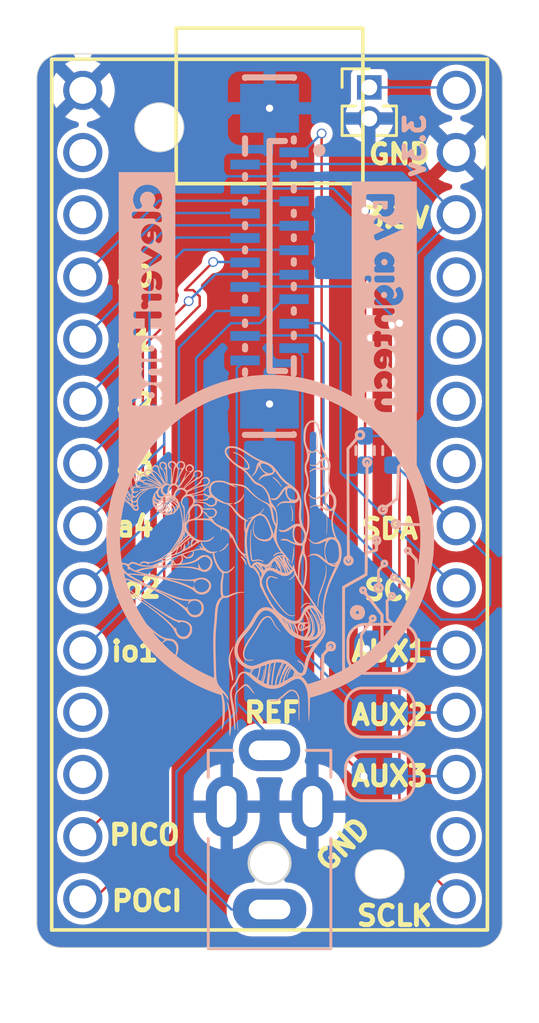
<source format=kicad_pcb>
(kicad_pcb (version 20240108) (generator "pcbnew") (generator_version "8.0")
  (layers (0 "F.Cu" signal "Front") (1 "In1.Cu" signal) (2 "In2.Cu" signal) (31 "B.Cu" signal "Back") (34 "B.Paste" user) (35 "F.Paste" user) (36 "B.SilkS" user "B.Silkscreen") (37 "F.SilkS" user "F.Silkscreen") (38 "B.Mask" user) (39 "F.Mask" user) (44 "Edge.Cuts" user))
  (net 0 "")
  (net 1 "+3.3V")
  (net 2 "/addr_bus_4")
  (net 3 "GND")
  (net 4 "/AUX3")
  (net 5 "/addr_bus_2")
  (net 6 "/IO2")
  (net 7 "/SCLK")
  (net 8 "/AUX1")
  (net 9 "/AUX2")
  (net 10 "/PICO")
  (net 11 "/i2C_SCL")
  (net 12 "/I2C_SDA")
  (net 13 "/POCI")
  (net 14 "/extRef")
  (net 15 "/addr_bus_0")
  (net 16 "/addr_bus_1")
  (net 17 "/addr_bus_3")
  (net 18 "/IO1_out")
  (net 19 "VSYS")
  (net 20 "Net-(JP1-B)")
  (net 21 "Net-(JP2-B)")
  (net 22 "Net-(JP3-B)")
  (footprint "00_custom-footprints:Teensy40_simple" (layer "F.Cu") (at 100 84 -90)
    (property "Reference" "U1" (hide yes))
    (property "Value" "Teensy4.0" (hide yes))
    (pad "1" thru_hole circle (at -16.51 7.62 270) (size 1.6 1.6) (drill 1.1) (layers "*.Cu" "*.Mask") (net 3 "GND"))
    (pad "2" thru_hole circle (at -13.97 7.62 270) (size 1.6 1.6) (drill 1.1) (layers "*.Cu" "*.Mask"))
    (pad "3" thru_hole circle (at -11.43 7.62 270) (size 1.6 1.6) (drill 1.1) (layers "*.Cu" "*.Mask"))
    (pad "4" thru_hole circle (at -8.89 7.62 270) (size 1.6 1.6) (drill 1.1) (layers "*.Cu" "*.Mask") (net 15 "/addr_bus_0"))
    (pad "5" thru_hole circle (at -6.35 7.62 270) (size 1.6 1.6) (drill 1.1) (layers "*.Cu" "*.Mask") (net 16 "/addr_bus_1"))
    (pad "6" thru_hole circle (at -3.81 7.62 270) (size 1.6 1.6) (drill 1.1) (layers "*.Cu" "*.Mask") (net 5 "/addr_bus_2"))
    (pad "7" thru_hole circle (at -1.27 7.62 270) (size 1.6 1.6) (drill 1.1) (layers "*.Cu" "*.Mask") (net 17 "/addr_bus_3"))
    (pad "8" thru_hole circle (at 1.27 7.62 270) (size 1.6 1.6) (drill 1.1) (layers "*.Cu" "*.Mask") (net 2 "/addr_bus_4"))
    (pad "9" thru_hole circle (at 3.81 7.62 270) (size 1.6 1.6) (drill 1.1) (layers "*.Cu" "*.Mask") (net 6 "/IO2"))
    (pad "10" thru_hole circle (at 6.35 7.62 270) (size 1.6 1.6) (drill 1.1) (layers "*.Cu" "*.Mask") (net 18 "/IO1_out"))
    (pad "11" thru_hole circle (at 8.89 7.62 270) (size 1.6 1.6) (drill 1.1) (layers "*.Cu" "*.Mask"))
    (pad "12" thru_hole circle (at 11.43 7.62 270) (size 1.6 1.6) (drill 1.1) (layers "*.Cu" "*.Mask"))
    (pad "13" thru_hole circle (at 13.97 7.62 270) (size 1.6 1.6) (drill 1.1) (layers "*.Cu" "*.Mask") (net 10 "/PICO"))
    (pad "14" thru_hole circle (at 16.51 7.62 270) (size 1.6 1.6) (drill 1.1) (layers "*.Cu" "*.Mask") (net 13 "/POCI"))
    (pad "20" thru_hole circle (at 16.51 -7.62 270) (size 1.6 1.6) (drill 1.1) (layers "*.Cu" "*.Mask") (net 7 "/SCLK"))
    (pad "21" thru_hole circle (at 13.97 -7.62 270) (size 1.6 1.6) (drill 1.1) (layers "*.Cu" "*.Mask"))
    (pad "22" thru_hole circle (at 11.43 -7.62 270) (size 1.6 1.6) (drill 1.1) (layers "*.Cu" "*.Mask") (net 20 "Net-(JP1-B)"))
    (pad "23" thru_hole circle (at 8.89 -7.62 270) (size 1.6 1.6) (drill 1.1) (layers "*.Cu" "*.Mask") (net 21 "Net-(JP2-B)"))
    (pad "24" thru_hole circle (at 6.35 -7.62 270) (size 1.6 1.6) (drill 1.1) (layers "*.Cu" "*.Mask") (net 22 "Net-(JP3-B)"))
    (pad "25" thru_hole circle (at 3.81 -7.62 270) (size 1.6 1.6) (drill 1.1) (layers "*.Cu" "*.Mask") (net 12 "/I2C_SDA"))
    (pad "26" thru_hole circle (at 1.27 -7.62 270) (size 1.6 1.6) (drill 1.1) (layers "*.Cu" "*.Mask") (net 11 "/i2C_SCL"))
    (pad "27" thru_hole circle (at -1.27 -7.62 270) (size 1.6 1.6) (drill 1.1) (layers "*.Cu" "*.Mask"))
    (pad "28" thru_hole circle (at -3.81 -7.62 270) (size 1.6 1.6) (drill 1.1) (layers "*.Cu" "*.Mask"))
    (pad "29" thru_hole circle (at -6.35 -7.62 270) (size 1.6 1.6) (drill 1.1) (layers "*.Cu" "*.Mask"))
    (pad "30" thru_hole circle (at -8.89 -7.62 270) (size 1.6 1.6) (drill 1.1) (layers "*.Cu" "*.Mask"))
    (pad "31" thru_hole circle (at -11.43 -7.62 270) (size 1.6 1.6) (drill 1.1) (layers "*.Cu" "*.Mask") (net 1 "+3.3V"))
    (pad "32" thru_hole circle (at -13.97 -7.62 270) (size 1.6 1.6) (drill 1.1) (layers "*.Cu" "*.Mask") (net 3 "GND"))
    (pad "33" thru_hole circle (at -16.51 -7.62 270) (size 1.6 1.6) (drill 1.1) (layers "*.Cu" "*.Mask") (net 19 "VSYS"))
  )
  (footprint "Connector_PinHeader_1.27mm:PinHeader_1x02_P1.27mm_Vertical" (layer "F.Cu") (at 104.07 67.37)
    (property "Reference" "J2" (hide yes))
    (property "Value" "Conn_01x02_Pin" (hide yes))
    (pad "1" thru_hole rect (at 0 0) (size 1 1) (drill 0.65) (layers "*.Cu" "*.Mask") (net 19 "VSYS"))
    (pad "2" thru_hole oval (at 0 1.27) (size 1 1) (drill 0.65) (layers "*.Cu" "*.Mask") (net 3 "GND"))
  )
  (footprint "Jumper:SolderJumper-2_P1.3mm_Bridged_RoundedPad1.0x1.5mm" (layer "B.Cu") (at 104.5 95.5)
    (property "Reference" "JP1" (hide yes))
    (property "Value" "SolderJumper_2_Bridged" (hide yes))
    (fp_poly (pts (xy 0.25 0.3) (xy -0.25 0.3) (xy -0.25 -0.3) (xy 0.25 -0.3)) (fill solid) (layer "B.Cu"))
    (pad "1" smd custom (at -0.649999 0) (size 1 0.5) (layers "B.Cu" "B.Mask") (net 8 "/AUX1") (options (clearance outline) (anchor rect)) (primitives (gr_circle (center 0 -0.25) (end 0.5 -0.25) (width 0) (fill yes)) (gr_circle (center 0 0.25) (end 0.5 0.25) (width 0) (fill yes)) (gr_poly (pts (xy 0.5 -0.75) (xy 0 -0.75) (xy 0 0.75) (xy 0.5 0.75)) (width 0) (fill yes))))
    (pad "2" smd custom (at 0.649999 0) (size 1 0.5) (layers "B.Cu" "B.Mask") (net 20 "Net-(JP1-B)") (options (clearance outline) (anchor rect)) (primitives (gr_circle (center 0 -0.25) (end 0.5 -0.25) (width 0) (fill yes)) (gr_circle (center 0 0.25) (end 0.5 0.25) (width 0) (fill yes)) (gr_poly (pts (xy 0 -0.75) (xy -0.5 -0.75) (xy -0.5 0.75) (xy 0 0.75)) (width 0) (fill yes))))
  )
  (footprint "kibuzzard-6611ABB8" (layer "B.Cu") (at 104.68 76.32 -90)
    (property "Reference" "kibuzzard-6611ABB8" (hide yes))
    (property "Value" "G***" (hide yes))
  )
  (footprint "Jumper:SolderJumper-2_P1.3mm_Bridged_RoundedPad1.0x1.5mm" (layer "B.Cu") (at 104.6 90.3)
    (property "Reference" "JP3" (hide yes))
    (property "Value" "SolderJumper_2_Bridged" (hide yes))
    (fp_poly (pts (xy 0.25 0.3) (xy -0.25 0.3) (xy -0.25 -0.3) (xy 0.25 -0.3)) (fill solid) (layer "B.Cu"))
    (pad "1" smd custom (at -0.649999 0) (size 1 0.5) (layers "B.Cu" "B.Mask") (net 4 "/AUX3") (options (clearance outline) (anchor rect)) (primitives (gr_circle (center 0 -0.25) (end 0.5 -0.25) (width 0) (fill yes)) (gr_circle (center 0 0.25) (end 0.5 0.25) (width 0) (fill yes)) (gr_poly (pts (xy 0.5 -0.75) (xy 0 -0.75) (xy 0 0.75) (xy 0.5 0.75)) (width 0) (fill yes))))
    (pad "2" smd custom (at 0.649999 0) (size 1 0.5) (layers "B.Cu" "B.Mask") (net 22 "Net-(JP3-B)") (options (clearance outline) (anchor rect)) (primitives (gr_circle (center 0 -0.25) (end 0.5 -0.25) (width 0) (fill yes)) (gr_circle (center 0 0.25) (end 0.5 0.25) (width 0) (fill yes)) (gr_poly (pts (xy 0 -0.75) (xy -0.5 -0.75) (xy -0.5 0.75) (xy 0 0.75)) (width 0) (fill yes))))
  )
  (footprint "Resistor_SMD:R_0402_1005Metric_Pad0.72x0.64mm_HandSolder" (layer "B.Cu") (at 105 82.2 -90)
    (property "Reference" "R1" (hide yes))
    (property "Value" "2k" (hide yes))
    (pad "1" smd roundrect (at -0.5975 0 270) (size 0.715 0.64) (layers "B.Cu" "B.Paste" "B.Mask") (net 1 "+3.3V"))
    (pad "2" smd roundrect (at 0.5975 0 270) (size 0.715 0.64) (layers "B.Cu" "B.Paste" "B.Mask") (net 11 "/i2C_SCL"))
  )
  (footprint "Resistor_SMD:R_0402_1005Metric_Pad0.72x0.64mm_HandSolder" (layer "B.Cu") (at 103.9 82.2 -90)
    (property "Reference" "R2" (hide yes))
    (property "Value" "2k" (hide yes))
    (pad "1" smd roundrect (at -0.5975 0 270) (size 0.715 0.64) (layers "B.Cu" "B.Paste" "B.Mask") (net 1 "+3.3V"))
    (pad "2" smd roundrect (at 0.5975 0 270) (size 0.715 0.64) (layers "B.Cu" "B.Paste" "B.Mask") (net 12 "/I2C_SDA"))
  )
  (footprint "Jumper:SolderJumper-2_P1.3mm_Bridged_RoundedPad1.0x1.5mm" (layer "B.Cu") (at 104.5 92.9)
    (property "Reference" "JP2" (hide yes))
    (property "Value" "SolderJumper_2_Bridged" (hide yes))
    (fp_poly (pts (xy 0.25 0.3) (xy -0.25 0.3) (xy -0.25 -0.3) (xy 0.25 -0.3)) (fill solid) (layer "B.Cu"))
    (pad "1" smd custom (at -0.649999 0) (size 1 0.5) (layers "B.Cu" "B.Mask") (net 9 "/AUX2") (options (clearance outline) (anchor rect)) (primitives (gr_circle (center 0 -0.25) (end 0.5 -0.25) (width 0) (fill yes)) (gr_circle (center 0 0.25) (end 0.5 0.25) (width 0) (fill yes)) (gr_poly (pts (xy 0.5 -0.75) (xy 0 -0.75) (xy 0 0.75) (xy 0.5 0.75)) (width 0) (fill yes))))
    (pad "2" smd custom (at 0.649999 0) (size 1 0.5) (layers "B.Cu" "B.Mask") (net 21 "Net-(JP2-B)") (options (clearance outline) (anchor rect)) (primitives (gr_circle (center 0 -0.25) (end 0.5 -0.25) (width 0) (fill yes)) (gr_circle (center 0 0.25) (end 0.5 0.25) (width 0) (fill yes)) (gr_poly (pts (xy 0 -0.75) (xy -0.5 -0.75) (xy -0.5 0.75) (xy 0 0.75)) (width 0) (fill yes))))
  )
  (footprint "00_lcsc:FPC-SMD_18P-P0.50_X05C2018TZ" (layer "B.Cu") (at 100 74.26 -90)
    (property "Reference" "FPC1" (hide yes))
    (property "Value" "FPC-05F-18PH20" (hide yes))
    (pad "1" smd rect (at -4.24 -1 270) (size 0.4 1.2) (layers "B.Cu" "B.Paste" "B.Mask") (net 8 "/AUX1"))
    (pad "2" smd rect (at -3.74 1 270) (size 0.4 1.2) (layers "B.Cu" "B.Paste" "B.Mask") (net 1 "+3.3V"))
    (pad "3" smd rect (at -3.24 -1 270) (size 0.4 1.2) (layers "B.Cu" "B.Paste" "B.Mask") (net 3 "GND"))
    (pad "4" smd rect (at -2.74 1 270) (size 0.4 1.2) (layers "B.Cu" "B.Paste" "B.Mask") (net 4 "/AUX3"))
    (pad "5" smd rect (at -2.24 -1 270) (size 0.4 1.2) (layers "B.Cu" "B.Paste" "B.Mask") (net 15 "/addr_bus_0"))
    (pad "6" smd rect (at -1.74 1 270) (size 0.4 1.2) (layers "B.Cu" "B.Paste" "B.Mask") (net 16 "/addr_bus_1"))
    (pad "7" smd rect (at -1.24 -1 270) (size 0.4 1.2) (layers "B.Cu" "B.Paste" "B.Mask") (net 5 "/addr_bus_2"))
    (pad "8" smd rect (at -0.74 1 270) (size 0.4 1.2) (layers "B.Cu" "B.Paste" "B.Mask") (net 17 "/addr_bus_3"))
    (pad "9" smd rect (at -0.24 -1 270) (size 0.4 1.2) (layers "B.Cu" "B.Paste" "B.Mask") (net 2 "/addr_bus_4"))
    (pad "10" smd rect (at 0.26 1 270) (size 0.4 1.2) (layers "B.Cu" "B.Paste" "B.Mask") (net 13 "/POCI"))
    (pad "11" smd rect (at 0.76 -1 270) (size 0.4 1.2) (layers "B.Cu" "B.Paste" "B.Mask") (net 10 "/PICO"))
    (pad "12" smd rect (at 1.26 1 270) (size 0.4 1.2) (layers "B.Cu" "B.Paste" "B.Mask") (net 7 "/SCLK"))
    (pad "13" smd rect (at 1.76 -1 270) (size 0.4 1.2) (layers "B.Cu" "B.Paste" "B.Mask") (net 18 "/IO1_out"))
    (pad "14" smd rect (at 2.26 1 270) (size 0.4 1.2) (layers "B.Cu" "B.Paste" "B.Mask") (net 6 "/IO2"))
    (pad "15" smd rect (at 2.76 -1 270) (size 0.4 1.2) (layers "B.Cu" "B.Paste" "B.Mask") (net 12 "/I2C_SDA"))
    (pad "16" smd rect (at 3.26 1 270) (size 0.4 1.2) (layers "B.Cu" "B.Paste" "B.Mask") (net 11 "/i2C_SCL"))
    (pad "17" smd rect (at 3.76 -1 270) (size 0.4 1.2) (layers "B.Cu" "B.Paste" "B.Mask") (net 9 "/AUX2"))
    (pad "18" smd rect (at 4.26 1 270) (size 0.4 1.2) (layers "B.Cu" "B.Paste" "B.Mask") (net 14 "/extRef"))
    (pad "19" smd rect (at 6.04 0 270) (size 2 2.4) (layers "B.Cu" "B.Paste" "B.Mask") (net 3 "GND"))
    (pad "20" smd rect (at -6.04 0 270) (size 2 2.4) (layers "B.Cu" "B.Paste" "B.Mask") (net 3 "GND"))
  )
  (footprint "LOGO" (layer "B.Cu") (at 100 86.3 180)
    (property "Reference" "G***" (hide yes))
    (property "Value" "LOGO" (hide yes))
  )
  (footprint "00_custom-footprints:Jack_Socket_PJ-210B" (layer "B.Cu") (at 100 102.545)
    (property "Reference" "J5" (hide yes))
    (property "Value" "jack2.5_PJ-210B" (hide yes))
    (fp_circle (center 0 -3.5) (end 0.85 -3.5) (stroke (width 0.1)) (fill none) (layer "Edge.Cuts"))
    (pad "1" thru_hole roundrect (at 1.75 -5.8) (size 1.7 2.5) (drill oval 0.8 1.7) (layers "*.Cu" "*.Mask") (roundrect_rratio 0.4705882353) (net 3 "GND"))
    (pad "2" thru_hole roundrect (at 0 -8.1 270) (size 1.7 2.5) (drill oval 0.8 1.7) (layers "*.Cu" "*.Mask") (roundrect_rratio 0.4705882353) (net 14 "/extRef"))
    (pad "3" thru_hole roundrect (at -1.75 -5.8) (size 1.7 2.5) (drill oval 0.8 1.7) (layers "*.Cu" "*.Mask") (roundrect_rratio 0.4705882353) (net 3 "GND"))
    (pad "6" thru_hole roundrect (at 0 -1.6 270) (size 1.7 3) (drill oval 0.8 1.7) (layers "*.Cu" "*.Mask") (roundrect_rratio 0.4705882353) (net 14 "/extRef"))
  )
  (footprint "kibuzzard-6611AB09" (layer "B.Cu") (at 95 76.2 -90)
    (property "Reference" "kibuzzard-6611AB09" (hide yes))
    (property "Value" "G***" (hide yes))
  )
  (gr_poly (pts (xy 106.01006 81.426749) (xy 106.005418 83.708433) (xy 104.315418 80.908433) (xy 105.045418 80.838433)) (fill solid) (layer "B.SilkS"))
  (gr_poly (pts (xy 93.845358 81.568316) (xy 93.85 83.85) (xy 95.54 81.05) (xy 94.81 80.98)) (fill solid) (layer "B.SilkS"))
  (gr_circle (center 95.5 69) (end 96.5 69) (stroke (width 0.0381)) (fill none) (layer "Edge.Cuts"))
  (gr_line (start 90.5 67) (end 90.5 101.5) (stroke (width 0.0381)) (layer "Edge.Cuts"))
  (gr_arc (start 90.5 67) (mid 90.792893 66.292893) (end 91.5 66) (stroke (width 0.0381)) (layer "Edge.Cuts"))
  (gr_circle (center 104.5 99.5) (end 105.5 99.5) (stroke (width 0.0381)) (fill none) (layer "Edge.Cuts"))
  (gr_line (start 109.5 101.5) (end 109.5 67) (stroke (width 0.0381)) (layer "Edge.Cuts"))
  (gr_arc (start 109.5 101.5) (mid 109.207107 102.207107) (end 108.5 102.5) (stroke (width 0.0381)) (layer "Edge.Cuts"))
  (gr_line (start 108.5 66) (end 91.5 66) (stroke (width 0.0381)) (layer "Edge.Cuts"))
  (gr_line (start 91.5 102.5) (end 108.5 102.5) (stroke (width 0.0381)) (layer "Edge.Cuts"))
  (gr_arc (start 108.5 66) (mid 109.207107 66.292893) (end 109.5 67) (stroke (width 0.0381)) (layer "Edge.Cuts"))
  (gr_arc (start 91.5 102.5) (mid 90.792893 102.207107) (end 90.5 101.5) (stroke (width 0.0381)) (layer "Edge.Cuts"))
  (gr_text "3.3v" (at 105.93 69.76 90) (layer "B.SilkS") (effects (font (size 0.8 0.8) (thickness 0.2) (bold yes)) (justify mirror)))
  (gr_text "AUX3" (at 104.9 95.5 0) (layer "F.SilkS") (effects (font (size 0.8 0.8) (thickness 0.2) (bold yes))))
  (gr_text "io1" (at 94.5 90.4 0) (layer "F.SilkS") (effects (font (size 0.8 0.8) (thickness 0.2) (bold yes))))
  (gr_text "POCI" (at 95 100.6 0) (layer "F.SilkS") (effects (font (size 0.8 0.8) (thickness 0.2) (bold yes))))
  (gr_text "REF" (at 100.1 92.9 0) (layer "F.SilkS") (effects (font (size 0.8 0.8) (thickness 0.2) (bold yes))))
  (gr_text "a2" (at 94.5 80.3 0) (layer "F.SilkS") (effects (font (size 0.8 0.8) (thickness 0.2) (bold yes))))
  (gr_text "SCLK" (at 105.1 101.2 0) (layer "F.SilkS") (effects (font (size 0.8 0.8) (thickness 0.2) (bold yes))))
  (gr_text "io2" (at 94.6 87.8 0) (layer "F.SilkS") (effects (font (size 0.8 0.8) (thickness 0.2) (bold yes))))
  (gr_text "a1" (at 94.5 77.7 0) (layer "F.SilkS") (effects (font (size 0.8 0.8) (thickness 0.2) (bold yes))))
  (gr_text "PICO" (at 94.9 97.9 0) (layer "F.SilkS") (effects (font (size 0.8 0.8) (thickness 0.2) (bold yes))))
  (gr_text "SDA" (at 104.9 85.4 0) (layer "F.SilkS") (effects (font (size 0.8 0.8) (thickness 0.2) (bold yes))))
  (gr_text "AUX2" (at 104.9 93 0) (layer "F.SilkS") (effects (font (size 0.8 0.8) (thickness 0.2) (bold yes))))
  (gr_text "a0" (at 94.5 75.1 0) (layer "F.SilkS") (effects (font (size 0.8 0.8) (thickness 0.2) (bold yes))))
  (gr_text "GND" (at 105.3 70.1 0) (layer "F.SilkS") (effects (font (size 0.8 0.8) (thickness 0.2) (bold yes))))
  (gr_text "SCL" (at 105 87.9 0) (layer "F.SilkS") (effects (font (size 0.8 0.8) (thickness 0.2) (bold yes))))
  (gr_text "AUX1" (at 104.9 90.4 0) (layer "F.SilkS") (effects (font (size 0.8 0.8) (thickness 0.2) (bold yes))))
  (gr_text "3.3V" (at 105.2 72.7 0) (layer "F.SilkS") (effects (font (size 0.8 0.8) (thickness 0.2) (bold yes))))
  (gr_text "a3" (at 94.5 82.8 0) (layer "F.SilkS") (effects (font (size 0.8 0.8) (thickness 0.2) (bold yes))))
  (gr_text "GND" (at 103 98.3 45) (layer "F.SilkS") (effects (font (size 0.8 0.8) (thickness 0.2) (bold yes))))
  (gr_text "a4" (at 94.5 85.3 0) (layer "F.SilkS") (effects (font (size 0.8 0.8) (thickness 0.2) (bold yes))))
  (segment (start 105 81.6025) (end 103.9 81.6025) (width 0.1) (layer "B.Cu") (net 1))
  (segment (start 99 70.5) (end 105.55 70.5) (width 0.1) (layer "B.Cu") (net 1))
  (segment (start 106 74.19) (end 107.62 72.57) (width 0.1) (layer "B.Cu") (net 1))
  (segment (start 105 81.6025) (end 106 80.6025) (width 0.1) (layer "B.Cu") (net 1))
  (segment (start 105.55 70.5) (end 107.62 72.57) (width 0.1) (layer "B.Cu") (net 1))
  (segment (start 106 80.6025) (end 106 74.19) (width 0.1) (layer "B.Cu") (net 1))
  (segment (start 95.7 74.8) (end 96.5 74) (width 0.1) (layer "B.Cu") (net 2))
  (segment (start 96.5 74) (end 101 74) (width 0.1) (layer "B.Cu") (net 2))
  (segment (start 95.7 81.95) (end 95.7 74.8) (width 0.1) (layer "B.Cu") (net 2))
  (segment (start 92.38 85.27) (end 95.7 81.95) (width 0.1) (layer "B.Cu") (net 2))
  (via (at 100 80.3) (size 0.4) (drill 0.3) (layers "F.Cu" "B.Cu") (net 3))
  (via (at 100 68.22) (size 0.4) (drill 0.3) (layers "F.Cu" "B.Cu") (net 3))
  (segment (start 97.9 71) (end 97.7 70.8) (width 0.1) (layer "B.Cu") (net 3))
  (segment (start 104.07 68.64) (end 106.23 68.64) (width 0.1) (layer "B.Cu") (net 3))
  (segment (start 97.7 70.8) (end 97.7 69.2) (width 0.1) (layer "B.Cu") (net 3))
  (segment (start 101 71) (end 97.9 71) (width 0.1) (layer "B.Cu") (net 3))
  (segment (start 97.7 69.2) (end 98.68 68.22) (width 0.1) (layer "B.Cu") (net 3))
  (segment (start 98.68 68.22) (end 100 68.22) (width 0.1) (layer "B.Cu") (net 3))
  (segment (start 103.75 69) (end 104 69) (width 0.1) (layer "B.Cu") (net 3))
  (segment (start 106.23 68.64) (end 107.62 70.03) (width 0.1) (layer "B.Cu") (net 3))
  (segment (start 103.9 72.4) (end 103.9 90.249999) (width 0.1) (layer "F.Cu") (net 4))
  (segment (start 103.9 90.249999) (end 103.950001 90.3) (width 0.1) (layer "F.Cu") (net 4))
  (via (at 103.950001 90.3) (size 0.4) (drill 0.3) (layers "F.Cu" "B.Cu") (net 4))
  (via (at 103.9 72.4) (size 0.4) (drill 0.3) (layers "F.Cu" "B.Cu") (net 4))
  (segment (start 103.5 72.4) (end 102.6 71.5) (width 0.1) (layer "B.Cu") (net 4))
  (segment (start 103.9 72.4) (end 103.5 72.4) (width 0.1) (layer "B.Cu") (net 4))
  (segment (start 102.6 71.5) (end 99 71.5) (width 0.1) (layer "B.Cu") (net 4))
  (segment (start 95.9 73) (end 101 73) (width 0.1) (layer "B.Cu") (net 5))
  (segment (start 94.5 74.4) (end 95.9 73) (width 0.1) (layer "B.Cu") (net 5))
  (segment (start 92.38 80.19) (end 94.5 78.07) (width 0.1) (layer "B.Cu") (net 5))
  (segment (start 94.5 78.07) (end 94.5 74.4) (width 0.1) (layer "B.Cu") (net 5))
  (segment (start 99 76.5) (end 97.8 76.5) (width 0.1) (layer "B.Cu") (net 6))
  (segment (start 96.3 78) (end 96.3 83.89) (width 0.1) (layer "B.Cu") (net 6))
  (segment (start 96.3 83.89) (end 92.38 87.81) (width 0.1) (layer "B.Cu") (net 6))
  (segment (start 97.8 76.5) (end 96.3 78) (width 0.1) (layer "B.Cu") (net 6))
  (segment (start 105.3 77) (end 105.3 98.19) (width 0.1) (layer "F.Cu") (net 7))
  (segment (start 105.3 98.19) (end 107.62 100.51) (width 0.1) (layer "F.Cu") (net 7))
  (via (at 105.3 77) (size 0.4) (drill 0.3) (layers "F.Cu" "B.Cu") (net 7))
  (segment (start 105.3 77) (end 103.8 75.5) (width 0.1) (layer "B.Cu") (net 7))
  (segment (start 103.8 75.5) (end 99 75.5) (width 0.1) (layer "B.Cu") (net 7))
  (segment (start 102.125 69.25) (end 102.125 93.774999) (width 0.1) (layer "F.Cu") (net 8))
  (segment (start 102.125 93.774999) (end 103.850001 95.5) (width 0.1) (layer "F.Cu") (net 8))
  (via (at 102.125 69.25) (size 0.4) (drill 0.3) (layers "F.Cu" "B.Cu") (net 8))
  (via (at 103.850001 95.5) (size 0.4) (drill 0.3) (layers "F.Cu" "B.Cu") (net 8))
  (segment (start 101 70) (end 101.375 70) (width 0.1) (layer "B.Cu") (net 8))
  (segment (start 101.375 70) (end 102.125 69.25) (width 0.1) (layer "B.Cu") (net 8))
  (segment (start 101.34 78.34) (end 101.34 90.389999) (width 0.1) (layer "B.Cu") (net 9))
  (segment (start 101 78) (end 101.34 78.34) (width 0.1) (layer "B.Cu") (net 9))
  (segment (start 101.34 90.389999) (end 103.850001 92.9) (width 0.1) (layer "B.Cu") (net 9))
  (segment (start 96.7 76.1) (end 94.83 77.97) (width 0.1) (layer "F.Cu") (net 10))
  (segment (start 94.83 77.97) (end 94.83 95.52) (width 0.1) (layer "F.Cu") (net 10))
  (segment (start 94.83 95.52) (end 92.38 97.97) (width 0.1) (layer "F.Cu") (net 10))
  (via (at 96.7 76.1) (size 0.4) (drill 0.3) (layers "F.Cu" "B.Cu") (net 10))
  (segment (start 101 75) (end 97.8 75) (width 0.1) (layer "B.Cu") (net 10))
  (segment (start 97.8 75) (end 96.7 76.1) (width 0.1) (layer "B.Cu") (net 10))
  (segment (start 107.62 85.27) (end 109 86.65) (width 0.1) (layer "B.Cu") (net 11))
  (segment (start 109 86.65) (end 109 88.5) (width 0.1) (layer "B.Cu") (net 11))
  (segment (start 102.2 84.3) (end 102.2 77.8) (width 0.1) (layer "B.Cu") (net 11))
  (segment (start 107.62 85.27) (end 105.1475 82.7975) (width 0.1) (layer "B.Cu") (net 11))
  (segment (start 108.4 89.1) (end 107 89.1) (width 0.1) (layer "B.Cu") (net 11))
  (segment (start 101.9 77.5) (end 99 77.5) (width 0.1) (layer "B.Cu") (net 11))
  (segment (start 109 88.5) (end 108.4 89.1) (width 0.1) (layer "B.Cu") (net 11))
  (segment (start 105.1475 82.7975) (end 105 82.7975) (width 0.1) (layer "B.Cu") (net 11))
  (segment (start 107 89.1) (end 102.2 84.3) (width 0.1) (layer "B.Cu") (net 11))
  (segment (start 102.2 77.8) (end 101.9 77.5) (width 0.1) (layer "B.Cu") (net 11))
  (segment (start 102.9 83.09) (end 107.62 87.81) (width 0.1) (layer "B.Cu") (net 12))
  (segment (start 102.9 77.8) (end 102.9 83.09) (width 0.1) (layer "B.Cu") (net 12))
  (segment (start 101 77) (end 102.1 77) (width 0.1) (layer "B.Cu") (net 12))
  (segment (start 103.01 83.2) (end 102.9 83.09) (width 0.1) (layer "B.Cu") (net 12))
  (segment (start 103.9 82.8) (end 103.5 83.2) (width 0.1) (layer "B.Cu") (net 12))
  (segment (start 103.5 83.2) (end 103.01 83.2) (width 0.1) (layer "B.Cu") (net 12))
  (segment (start 102.1 77) (end 102.9 77.8) (width 0.1) (layer "B.Cu") (net 12))
  (segment (start 103.9 82.7975) (end 103.9 82.8) (width 0.1) (layer "B.Cu") (net 12))
  (segment (start 92.85 100.51) (end 92.38 100.51) (width 0.1) (layer "F.Cu") (net 13))
  (segment (start 95.7 97.66) (end 92.85 100.51) (width 0.1) (layer "F.Cu") (net 13))
  (segment (start 97.7 74.5) (end 96.55 75.65) (width 0.1) (layer "F.Cu") (net 13))
  (segment (start 95.7 77.736397) (end 95.7 97.66) (width 0.1) (layer "F.Cu") (net 13))
  (segment (start 96.55 75.65) (end 96.886397 75.65) (width 0.1) (layer "F.Cu") (net 13))
  (segment (start 97.15 76.286397) (end 95.7 77.736397) (width 0.1) (layer "F.Cu") (net 13))
  (segment (start 96.886397 75.65) (end 97.15 75.913603) (width 0.1) (layer "F.Cu") (net 13))
  (segment (start 97.15 75.913603) (end 97.15 76.286397) (width 0.1) (layer "F.Cu") (net 13))
  (via (at 97.7 74.5) (size 0.4) (drill 0.3) (layers "F.Cu" "B.Cu") (net 13))
  (segment (start 97.7 74.5) (end 99 74.5) (width 0.1) (layer "B.Cu") (net 13))
  (segment (start 98.66 92.86) (end 98.66 92.505) (width 0.1) (layer "B.Cu") (net 14))
  (segment (start 98.445 100.945) (end 96.2 98.7) (width 0.1) (layer "B.Cu") (net 14))
  (segment (start 99 78.5) (end 98.66 78.84) (width 0.1) (layer "B.Cu") (net 14))
  (segment (start 98.66 92.505) (end 100 93.845) (width 0.1) (layer "B.Cu") (net 14))
  (segment (start 100 100.945) (end 98.445 100.945) (width 0.1) (layer "B.Cu") (net 14))
  (segment (start 96.2 95.32) (end 98.66 92.86) (width 0.1) (layer "B.Cu") (net 14))
  (segment (start 98.66 78.84) (end 98.66 92.505) (width 0.1) (layer "B.Cu") (net 14))
  (segment (start 96.2 98.7) (end 96.2 95.32) (width 0.1) (layer "B.Cu") (net 14))
  (segment (start 92.38 75.11) (end 95.49 72) (width 0.1) (layer "B.Cu") (net 15))
  (segment (start 95.49 72) (end 101 72) (width 0.1) (layer "B.Cu") (net 15))
  (segment (start 92.38 77.65) (end 93.9 76.13) (width 0.1) (layer "B.Cu") (net 16))
  (segment (start 93.9 76.13) (end 93.9 74.3) (width 0.1) (layer "B.Cu") (net 16))
  (segment (start 95.7 72.5) (end 99 72.5) (width 0.1) (layer "B.Cu") (net 16))
  (segment (start 93.9 74.3) (end 95.7 72.5) (width 0.1) (layer "B.Cu") (net 16))
  (segment (start 95.1 80.01) (end 92.38 82.73) (width 0.1) (layer "B.Cu") (net 17))
  (segment (start 95.1 74.6) (end 95.1 80.01) (width 0.1) (layer "B.Cu") (net 17))
  (segment (start 96.2 73.5) (end 95.1 74.6) (width 0.1) (layer "B.Cu") (net 17))
  (segment (start 99 73.5) (end 96.2 73.5) (width 0.1) (layer "B.Cu") (net 17))
  (segment (start 100.6 76) (end 99.6 77) (width 0.1) (layer "B.Cu") (net 18))
  (segment (start 101 76) (end 100.6 76) (width 0.1) (layer "B.Cu") (net 18))
  (segment (start 97 78.42) (end 97 85.73) (width 0.1) (layer "B.Cu") (net 18))
  (segment (start 99.6 77) (end 98.42 77) (width 0.1) (layer "B.Cu") (net 18))
  (segment (start 97 85.73) (end 92.38 90.35) (width 0.1) (layer "B.Cu") (net 18))
  (segment (start 98.42 77) (end 97 78.42) (width 0.1) (layer "B.Cu") (net 18))
  (segment (start 107.5 67.37) (end 107.62 67.49) (width 0.1) (layer "B.Cu") (net 19))
  (segment (start 104.07 67.37) (end 107.5 67.37) (width 0.1) (layer "B.Cu") (net 19))
  (segment (start 105.149999 95.5) (end 107.55 95.5) (width 0.1) (layer "B.Cu") (net 20))
  (segment (start 107.55 95.5) (end 107.62 95.43) (width 0.1) (layer "B.Cu") (net 20))
  (segment (start 107.61 92.9) (end 107.62 92.89) (width 0.1) (layer "B.Cu") (net 21))
  (segment (start 105.149999 92.9) (end 107.61 92.9) (width 0.1) (layer "B.Cu") (net 21))
  (segment (start 105.249999 90.3) (end 107.57 90.3) (width 0.1) (layer "B.Cu") (net 22))
  (segment (start 107.57 90.3) (end 107.62 90.35) (width 0.1) (layer "B.Cu") (net 22))
  (zone (net 3) (net_name "GND") (layers "F.Cu" "In1.Cu" "In2.Cu" "B.Cu") (connect_pads (clearance 0.25)) (min_thickness 0.25) (fill yes (thermal_gap 0.5) (thermal_bridge_width 0.5))
    (polygon (pts (xy 89 63.8) (xy 111 63.8) (xy 111 103.8) (xy 89 103.8)))
  )
)
</source>
